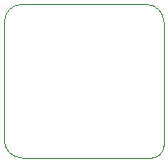
<source format=gbr>
%TF.GenerationSoftware,KiCad,Pcbnew,(5.1.10)-1*%
%TF.CreationDate,2021-11-22T19:14:46+01:00*%
%TF.ProjectId,Adapter-VCNL4200,41646170-7465-4722-9d56-434e4c343230,rev?*%
%TF.SameCoordinates,Original*%
%TF.FileFunction,Profile,NP*%
%FSLAX46Y46*%
G04 Gerber Fmt 4.6, Leading zero omitted, Abs format (unit mm)*
G04 Created by KiCad (PCBNEW (5.1.10)-1) date 2021-11-22 19:14:46*
%MOMM*%
%LPD*%
G01*
G04 APERTURE LIST*
%TA.AperFunction,Profile*%
%ADD10C,0.050000*%
%TD*%
G04 APERTURE END LIST*
D10*
X151000000Y-138500000D02*
G75*
G02*
X149500000Y-137000000I0J1500000D01*
G01*
X163000000Y-137500000D02*
G75*
G02*
X162000000Y-138500000I-1000000J0D01*
G01*
X149500000Y-127000000D02*
G75*
G02*
X151000000Y-125500000I1500000J0D01*
G01*
X161500000Y-125500000D02*
G75*
G02*
X163000000Y-127000000I0J-1500000D01*
G01*
X149500000Y-137000000D02*
X149500000Y-127000000D01*
X162000000Y-138500000D02*
X151000000Y-138500000D01*
X163000000Y-127000000D02*
X163000000Y-137500000D01*
X151000000Y-125500000D02*
X161500000Y-125500000D01*
M02*

</source>
